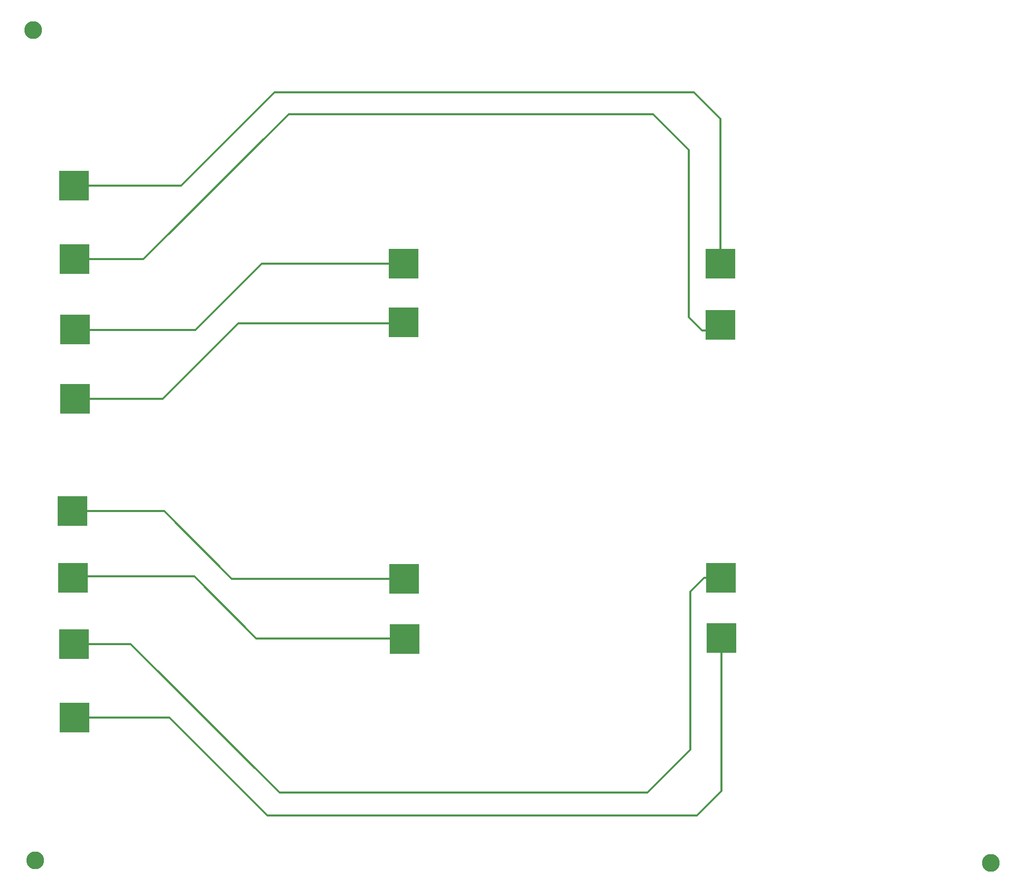
<source format=gtl>
G04 EAGLE Gerber RS-274X export*
G75*
%MOMM*%
%FSLAX34Y34*%
%LPD*%
%INTop Copper*%
%IPPOS*%
%AMOC8*
5,1,8,0,0,1.08239X$1,22.5*%
G01*
%ADD10C,2.959681*%
%ADD11R,5.000000X5.000000*%
%ADD12C,0.304800*%
%ADD13C,0.609600*%
%ADD14C,0.152400*%


D10*
X164454Y1581649D03*
X167877Y202659D03*
X1753381Y198961D03*
D11*
X780268Y570214D03*
X232850Y439932D03*
X231779Y562259D03*
X232923Y1200891D03*
X232348Y1323236D03*
X233336Y1084355D03*
X233831Y969259D03*
X230419Y672392D03*
X779911Y670447D03*
X1306263Y571907D03*
X1305777Y672054D03*
X778489Y1096242D03*
X779031Y1193813D03*
X1304864Y1091971D03*
X1305061Y1193930D03*
X229162Y782592D03*
D12*
X778899Y571583D02*
X780268Y570214D01*
X778899Y571583D02*
X534591Y571583D01*
X431847Y674327D02*
X232355Y674327D01*
X230419Y672392D01*
X431847Y674327D02*
X534591Y571583D01*
X779710Y670647D02*
X779911Y670447D01*
X779710Y670647D02*
X493702Y670647D01*
X381757Y782592D01*
D13*
X234212Y778208D02*
X230832Y778208D01*
D12*
X233547Y778208D02*
X229162Y782592D01*
X233547Y778208D02*
X234212Y778208D01*
X229162Y782592D02*
X381757Y782592D01*
D14*
X777124Y1094877D02*
X778489Y1096242D01*
D12*
X777124Y1094877D02*
X504679Y1094877D01*
X379062Y969259D01*
X233831Y969259D01*
X778748Y1193529D02*
X779031Y1193813D01*
X778748Y1193529D02*
X543218Y1193529D01*
X433450Y1083761D01*
D14*
X233930Y1083761D02*
X233336Y1084355D01*
D12*
X233930Y1083761D02*
X433450Y1083761D01*
X390074Y439932D02*
X232850Y439932D01*
X1306263Y317796D02*
X1306263Y571907D01*
X1306263Y317796D02*
X1265718Y277251D01*
X552756Y277251D01*
X390074Y439932D01*
X325774Y562259D02*
X572793Y315240D01*
X325774Y562259D02*
X231779Y562259D01*
X572793Y315240D02*
X1183325Y315240D01*
X1254904Y386819D01*
X1254904Y649503D01*
X1277361Y671959D01*
X1305818Y671959D01*
X1305818Y672014D02*
X1305777Y672054D01*
X1305818Y672014D02*
X1305818Y671959D01*
X588088Y1441997D02*
X346981Y1200891D01*
X232923Y1200891D01*
X588088Y1441997D02*
X1192993Y1441997D01*
X1252140Y1382850D02*
X1252140Y1105050D01*
X1274213Y1082977D01*
X1301223Y1082977D01*
X1301223Y1093149D01*
X1252140Y1382850D02*
X1192993Y1441997D01*
X1302401Y1091971D02*
X1304864Y1091971D01*
X1302401Y1091971D02*
X1301223Y1093149D01*
X564515Y1478135D02*
X409615Y1323236D01*
X232348Y1323236D01*
X564515Y1478135D02*
X1261012Y1478135D01*
X1305061Y1434086D01*
X1305061Y1193930D01*
M02*

</source>
